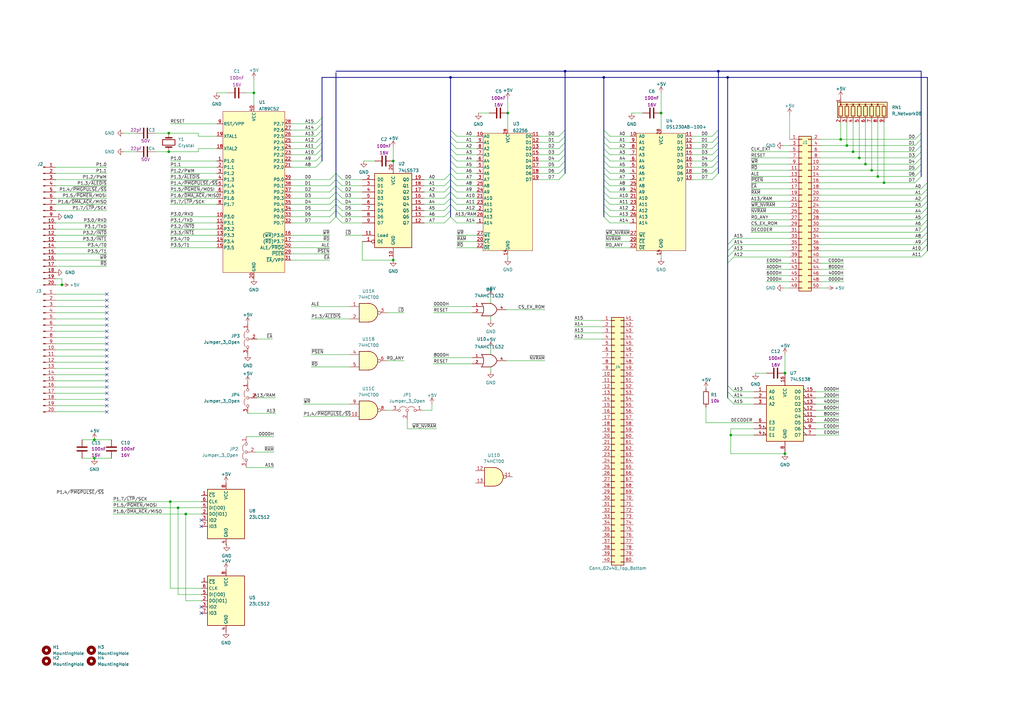
<source format=kicad_sch>
(kicad_sch (version 20230121) (generator eeschema)
  (paper "A3")
  (title_block (title "8052-MCU") (date "2023-10-02") (rev "0.1") (comment 1 "Author: JB"))
  (junction (at 69.215 54.61))
  (junction (at 321.945 153.035))
  (junction (at 38.735 180.34))
  (junction (at 349.885 62.23))
  (junction (at 25.4 116.84))
  (junction (at 347.345 59.69))
  (junction (at 352.425 64.77))
  (junction (at 299.72 178.435))
  (junction (at 357.505 69.85))
  (junction (at 161.29 66.04))
  (junction (at 38.735 187.96))
  (junction (at 104.14 38.1))
  (junction (at 161.29 106.68))
  (junction (at 321.945 186.055))
  (junction (at 360.045 72.39))
  (junction (at 298.45 31.75))
  (junction (at 184.785 31.75))
  (junction (at 69.85 205.74))
  (junction (at 344.805 57.15))
  (junction (at 69.215 62.23))
  (junction (at 208.28 46.355))
  (junction (at 73.025 208.28))
  (junction (at 271.145 46.355))
  (junction (at 294.64 29.21))
  (junction (at 362.585 74.93))
  (junction (at 231.775 29.21))
  (junction (at 247.65 31.75))
  (junction (at 354.965 67.31))
  (junction (at 76.2 210.82))
  (no_connect (at 43.815 158.75))
  (no_connect (at 43.815 140.97))
  (no_connect (at 43.815 125.73))
  (no_connect (at 43.815 143.51))
  (no_connect (at 43.815 156.21))
  (no_connect (at 43.815 128.27))
  (no_connect (at 43.815 163.83))
  (no_connect (at 43.815 120.65))
  (no_connect (at 43.815 123.19))
  (no_connect (at 43.815 151.13))
  (no_connect (at 82.55 213.36))
  (no_connect (at 43.815 130.81))
  (no_connect (at 43.815 138.43))
  (no_connect (at 43.815 166.37))
  (no_connect (at 43.815 153.67))
  (no_connect (at 82.55 251.46))
  (no_connect (at 43.815 161.29))
  (no_connect (at 43.815 148.59))
  (no_connect (at 82.55 248.92))
  (no_connect (at 43.815 135.89))
  (no_connect (at 43.815 168.91))
  (no_connect (at 82.55 215.9))
  (no_connect (at 43.815 133.35))
  (no_connect (at 43.815 146.05))
  (bus_entry (at 247.65 53.34) (size 2.54 2.54))
  (bus_entry (at 135.255 81.28) (size 2.54 -2.54))
  (bus_entry (at 135.255 78.74) (size 2.54 -2.54))
  (bus_entry (at 129.54 60.96) (size 2.54 -2.54))
  (bus_entry (at 129.54 58.42) (size 2.54 -2.54))
  (bus_entry (at 129.54 55.88) (size 2.54 -2.54))
  (bus_entry (at 129.54 53.34) (size 2.54 -2.54))
  (bus_entry (at 129.54 50.8) (size 2.54 -2.54))
  (bus_entry (at 135.255 76.2) (size 2.54 -2.54))
  (bus_entry (at 135.255 73.66) (size 2.54 -2.54))
  (bus_entry (at 129.54 68.58) (size 2.54 -2.54))
  (bus_entry (at 129.54 66.04) (size 2.54 -2.54))
  (bus_entry (at 129.54 63.5) (size 2.54 -2.54))
  (bus_entry (at 135.255 91.44) (size 2.54 -2.54))
  (bus_entry (at 135.255 88.9) (size 2.54 -2.54))
  (bus_entry (at 135.255 86.36) (size 2.54 -2.54))
  (bus_entry (at 184.785 53.34) (size 2.54 2.54))
  (bus_entry (at 247.65 81.28) (size 2.54 2.54))
  (bus_entry (at 135.255 83.82) (size 2.54 -2.54))
  (bus_entry (at 380.365 90.17) (size -2.54 2.54))
  (bus_entry (at 375.285 69.85) (size 2.54 -2.54))
  (bus_entry (at 247.65 83.82) (size 2.54 2.54))
  (bus_entry (at 292.1 58.42) (size 2.54 -2.54))
  (bus_entry (at 298.45 160.655) (size 2.54 2.54))
  (bus_entry (at 247.65 76.2) (size 2.54 2.54))
  (bus_entry (at 380.365 80.01) (size -2.54 2.54))
  (bus_entry (at 380.365 74.93) (size -2.54 2.54))
  (bus_entry (at 229.235 71.12) (size 2.54 -2.54))
  (bus_entry (at 229.235 73.66) (size 2.54 -2.54))
  (bus_entry (at 140.335 76.2) (size -2.54 -2.54))
  (bus_entry (at 140.335 88.9) (size -2.54 -2.54))
  (bus_entry (at 229.235 60.96) (size 2.54 -2.54))
  (bus_entry (at 184.785 58.42) (size 2.54 2.54))
  (bus_entry (at 300.99 97.79) (size -2.54 2.54))
  (bus_entry (at 380.365 92.71) (size -2.54 2.54))
  (bus_entry (at 380.365 95.25) (size -2.54 2.54))
  (bus_entry (at 184.785 63.5) (size 2.54 2.54))
  (bus_entry (at 182.245 88.9) (size 2.54 -2.54))
  (bus_entry (at 292.1 71.12) (size 2.54 -2.54))
  (bus_entry (at 184.785 78.74) (size 2.54 2.54))
  (bus_entry (at 247.65 86.36) (size 2.54 2.54))
  (bus_entry (at 292.1 60.96) (size 2.54 -2.54))
  (bus_entry (at 247.65 71.12) (size 2.54 2.54))
  (bus_entry (at 184.785 76.2) (size 2.54 2.54))
  (bus_entry (at 375.285 74.93) (size 2.54 -2.54))
  (bus_entry (at 247.65 78.74) (size 2.54 2.54))
  (bus_entry (at 375.285 57.15) (size 2.54 -2.54))
  (bus_entry (at 300.99 100.33) (size -2.54 2.54))
  (bus_entry (at 380.365 82.55) (size -2.54 2.54))
  (bus_entry (at 375.285 64.77) (size 2.54 -2.54))
  (bus_entry (at 292.1 63.5) (size 2.54 -2.54))
  (bus_entry (at 375.285 62.23) (size 2.54 -2.54))
  (bus_entry (at 140.335 73.66) (size -2.54 -2.54))
  (bus_entry (at 184.785 60.96) (size 2.54 2.54))
  (bus_entry (at 140.335 83.82) (size -2.54 -2.54))
  (bus_entry (at 184.785 73.66) (size 2.54 2.54))
  (bus_entry (at 300.99 102.87) (size -2.54 2.54))
  (bus_entry (at 292.1 55.88) (size 2.54 -2.54))
  (bus_entry (at 140.335 81.28) (size -2.54 -2.54))
  (bus_entry (at 375.285 59.69) (size 2.54 -2.54))
  (bus_entry (at 229.235 66.04) (size 2.54 -2.54))
  (bus_entry (at 229.235 63.5) (size 2.54 -2.54))
  (bus_entry (at 184.785 68.58) (size 2.54 2.54))
  (bus_entry (at 184.785 83.82) (size 2.54 2.54))
  (bus_entry (at 229.235 55.88) (size 2.54 -2.54))
  (bus_entry (at 247.65 58.42) (size 2.54 2.54))
  (bus_entry (at 292.1 68.58) (size 2.54 -2.54))
  (bus_entry (at 247.65 68.58) (size 2.54 2.54))
  (bus_entry (at 380.365 100.33) (size -2.54 2.54))
  (bus_entry (at 140.335 78.74) (size -2.54 -2.54))
  (bus_entry (at 184.785 81.28) (size 2.54 2.54))
  (bus_entry (at 247.65 60.96) (size 2.54 2.54))
  (bus_entry (at 300.99 105.41) (size -2.54 2.54))
  (bus_entry (at 247.65 66.04) (size 2.54 2.54))
  (bus_entry (at 182.245 83.82) (size 2.54 -2.54))
  (bus_entry (at 182.245 76.2) (size 2.54 -2.54))
  (bus_entry (at 182.245 73.66) (size 2.54 -2.54))
  (bus_entry (at 182.245 78.74) (size 2.54 -2.54))
  (bus_entry (at 182.245 81.28) (size 2.54 -2.54))
  (bus_entry (at 182.245 91.44) (size 2.54 -2.54))
  (bus_entry (at 182.245 86.36) (size 2.54 -2.54))
  (bus_entry (at 380.365 85.09) (size -2.54 2.54))
  (bus_entry (at 247.65 55.88) (size 2.54 2.54))
  (bus_entry (at 292.1 66.04) (size 2.54 -2.54))
  (bus_entry (at 140.335 86.36) (size -2.54 -2.54))
  (bus_entry (at 298.45 163.195) (size 2.54 2.54))
  (bus_entry (at 247.65 88.9) (size 2.54 2.54))
  (bus_entry (at 229.235 58.42) (size 2.54 -2.54))
  (bus_entry (at 380.365 97.79) (size -2.54 2.54))
  (bus_entry (at 298.45 158.115) (size 2.54 2.54))
  (bus_entry (at 375.285 72.39) (size 2.54 -2.54))
  (bus_entry (at 184.785 88.9) (size 2.54 2.54))
  (bus_entry (at 184.785 66.04) (size 2.54 2.54))
  (bus_entry (at 229.235 68.58) (size 2.54 -2.54))
  (bus_entry (at 375.285 67.31) (size 2.54 -2.54))
  (bus_entry (at 380.365 102.87) (size -2.54 2.54))
  (bus_entry (at 247.65 63.5) (size 2.54 2.54))
  (bus_entry (at 140.335 91.44) (size -2.54 -2.54))
  (bus_entry (at 247.65 73.66) (size 2.54 2.54))
  (bus_entry (at 292.1 73.66) (size 2.54 -2.54))
  (bus_entry (at 380.365 87.63) (size -2.54 2.54))
  (bus_entry (at 380.365 77.47) (size -2.54 2.54))
  (bus_entry (at 184.785 55.88) (size 2.54 2.54))
  (bus_entry (at 184.785 71.12) (size 2.54 2.54))
  (bus (pts (xy 184.785 58.42) (xy 184.785 60.96)))
  (wire (pts (xy 104.775 185.42) (xy 112.395 185.42)))
  (wire (pts (xy 161.29 106.68) (xy 148.59 106.68)))
  (wire (pts (xy 22.86 166.37) (xy 43.815 166.37)))
  (wire (pts (xy 101.6 169.545) (xy 113.03 169.545)))
  (wire (pts (xy 119.38 50.8) (xy 129.54 50.8)))
  (wire (pts (xy 119.38 106.68) (xy 135.255 106.68)))
  (bus (pts (xy 184.785 55.88) (xy 184.785 58.42)))
  (wire (pts (xy 22.86 168.91) (xy 43.815 168.91)))
  (bus (pts (xy 380.365 80.01) (xy 380.365 77.47)))
  (wire (pts (xy 69.85 241.3) (xy 69.85 205.74)))
  (wire (pts (xy 347.345 50.165) (xy 347.345 59.69)))
  (bus (pts (xy 132.08 63.5) (xy 132.08 66.04)))
  (wire (pts (xy 323.85 69.85) (xy 307.975 69.85)))
  (bus (pts (xy 184.785 66.04) (xy 184.785 68.58)))
  (wire (pts (xy 177.165 168.275) (xy 177.165 165.735)))
  (wire (pts (xy 336.55 115.57) (xy 346.075 115.57)))
  (bus (pts (xy 231.775 66.04) (xy 231.775 68.58)))
  (bus (pts (xy 184.785 71.12) (xy 184.785 73.66)))
  (wire (pts (xy 362.585 50.165) (xy 362.585 74.93)))
  (wire (pts (xy 22.86 109.22) (xy 43.815 109.22)))
  (bus (pts (xy 380.365 74.93) (xy 380.365 31.75)))
  (wire (pts (xy 309.88 153.035) (xy 314.325 153.035)))
  (wire (pts (xy 323.85 46.99) (xy 323.85 57.15)))
  (wire (pts (xy 158.75 168.275) (xy 160.655 168.275)))
  (bus (pts (xy 231.775 29.21) (xy 231.775 53.34)))
  (wire (pts (xy 271.145 38.1) (xy 271.145 46.355)))
  (bus (pts (xy 247.65 66.04) (xy 247.65 63.5)))
  (wire (pts (xy 334.645 168.275) (xy 344.17 168.275)))
  (wire (pts (xy 248.285 96.52) (xy 258.445 96.52)))
  (wire (pts (xy 119.38 78.74) (xy 135.255 78.74)))
  (bus (pts (xy 184.785 31.75) (xy 184.785 53.34)))
  (wire (pts (xy 22.86 135.89) (xy 43.815 135.89)))
  (wire (pts (xy 235.585 133.985) (xy 247.015 133.985)))
  (wire (pts (xy 119.38 101.6) (xy 135.255 101.6)))
  (wire (pts (xy 173.99 88.9) (xy 182.245 88.9)))
  (bus (pts (xy 231.775 53.34) (xy 231.775 55.88)))
  (wire (pts (xy 173.99 91.44) (xy 182.245 91.44)))
  (wire (pts (xy 336.55 69.85) (xy 357.505 69.85)))
  (bus (pts (xy 184.785 86.36) (xy 184.785 88.9)))
  (bus (pts (xy 247.65 83.82) (xy 247.65 81.28)))
  (wire (pts (xy 362.585 74.93) (xy 375.285 74.93)))
  (wire (pts (xy 186.69 88.9) (xy 195.58 88.9)))
  (bus (pts (xy 247.65 88.9) (xy 247.65 86.36)))
  (wire (pts (xy 173.99 81.28) (xy 182.245 81.28)))
  (wire (pts (xy 336.55 82.55) (xy 377.825 82.55)))
  (wire (pts (xy 173.99 86.36) (xy 182.245 86.36)))
  (wire (pts (xy 300.99 160.655) (xy 309.245 160.655)))
  (bus (pts (xy 380.365 95.25) (xy 380.365 92.71)))
  (wire (pts (xy 88.9 55.88) (xy 81.28 55.88)))
  (wire (pts (xy 300.99 105.41) (xy 323.85 105.41)))
  (bus (pts (xy 184.785 83.82) (xy 184.785 86.36)))
  (wire (pts (xy 22.86 140.97) (xy 43.815 140.97)))
  (wire (pts (xy 124.46 170.815) (xy 143.51 170.815)))
  (wire (pts (xy 69.85 81.28) (xy 88.9 81.28)))
  (wire (pts (xy 63.5 54.61) (xy 69.215 54.61)))
  (wire (pts (xy 22.86 151.13) (xy 43.815 151.13)))
  (bus (pts (xy 247.65 78.74) (xy 247.65 76.2)))
  (wire (pts (xy 73.025 208.28) (xy 73.025 243.84)))
  (wire (pts (xy 187.325 99.06) (xy 195.58 99.06)))
  (wire (pts (xy 336.55 92.71) (xy 377.825 92.71)))
  (wire (pts (xy 177.8 149.225) (xy 193.675 149.225)))
  (wire (pts (xy 220.98 55.88) (xy 229.235 55.88)))
  (wire (pts (xy 173.99 73.66) (xy 182.245 73.66)))
  (wire (pts (xy 43.815 86.36) (xy 22.86 86.36)))
  (bus (pts (xy 184.785 53.34) (xy 184.785 55.88)))
  (wire (pts (xy 334.645 170.815) (xy 344.17 170.815)))
  (wire (pts (xy 43.815 81.28) (xy 22.86 81.28)))
  (wire (pts (xy 250.19 60.96) (xy 258.445 60.96)))
  (wire (pts (xy 119.38 73.66) (xy 135.255 73.66)))
  (bus (pts (xy 137.795 71.12) (xy 137.795 29.845)))
  (wire (pts (xy 22.86 128.27) (xy 43.815 128.27)))
  (wire (pts (xy 119.38 63.5) (xy 129.54 63.5)))
  (bus (pts (xy 377.825 69.85) (xy 377.825 67.31)))
  (wire (pts (xy 173.99 83.82) (xy 182.245 83.82)))
  (wire (pts (xy 187.325 91.44) (xy 195.58 91.44)))
  (wire (pts (xy 165.735 147.955) (xy 158.75 147.955)))
  (wire (pts (xy 354.965 50.165) (xy 354.965 67.31)))
  (wire (pts (xy 360.045 50.165) (xy 360.045 72.39)))
  (wire (pts (xy 323.85 67.31) (xy 307.975 67.31)))
  (bus (pts (xy 380.365 87.63) (xy 380.365 85.09)))
  (wire (pts (xy 100.965 191.77) (xy 112.395 191.77)))
  (wire (pts (xy 100.965 38.1) (xy 104.14 38.1)))
  (wire (pts (xy 283.845 68.58) (xy 292.1 68.58)))
  (bus (pts (xy 380.365 85.09) (xy 380.365 82.55)))
  (wire (pts (xy 69.85 68.58) (xy 88.9 68.58)))
  (wire (pts (xy 299.72 175.895) (xy 309.245 175.895)))
  (wire (pts (xy 323.85 110.49) (xy 314.325 110.49)))
  (wire (pts (xy 22.86 138.43) (xy 43.815 138.43)))
  (wire (pts (xy 250.19 91.44) (xy 258.445 91.44)))
  (wire (pts (xy 81.28 55.88) (xy 81.28 54.61)))
  (wire (pts (xy 250.19 88.9) (xy 258.445 88.9)))
  (wire (pts (xy 334.645 165.735) (xy 344.17 165.735)))
  (wire (pts (xy 349.885 62.23) (xy 375.285 62.23)))
  (wire (pts (xy 69.85 50.8) (xy 88.9 50.8)))
  (wire (pts (xy 119.38 76.2) (xy 135.255 76.2)))
  (wire (pts (xy 307.975 64.77) (xy 323.85 64.77)))
  (wire (pts (xy 148.59 91.44) (xy 140.335 91.44)))
  (bus (pts (xy 184.785 78.74) (xy 184.785 81.28)))
  (wire (pts (xy 173.355 168.275) (xy 177.165 168.275)))
  (wire (pts (xy 283.845 58.42) (xy 292.1 58.42)))
  (wire (pts (xy 119.38 99.06) (xy 135.255 99.06)))
  (wire (pts (xy 119.38 55.88) (xy 129.54 55.88)))
  (wire (pts (xy 336.55 80.01) (xy 377.825 80.01)))
  (wire (pts (xy 81.28 60.96) (xy 81.28 62.23)))
  (wire (pts (xy 43.815 83.82) (xy 22.86 83.82)))
  (wire (pts (xy 25.4 114.3) (xy 25.4 116.84)))
  (wire (pts (xy 69.85 83.82) (xy 88.9 83.82)))
  (wire (pts (xy 69.85 205.74) (xy 46.355 205.74)))
  (wire (pts (xy 119.38 88.9) (xy 135.255 88.9)))
  (bus (pts (xy 380.365 92.71) (xy 380.365 90.17)))
  (wire (pts (xy 33.655 180.34) (xy 38.735 180.34)))
  (wire (pts (xy 283.845 60.96) (xy 292.1 60.96)))
  (bus (pts (xy 132.08 48.26) (xy 132.08 50.8)))
  (bus (pts (xy 231.775 55.88) (xy 231.775 58.42)))
  (wire (pts (xy 69.85 101.6) (xy 88.9 101.6)))
  (wire (pts (xy 69.85 66.04) (xy 88.9 66.04)))
  (wire (pts (xy 173.99 76.2) (xy 182.245 76.2)))
  (wire (pts (xy 187.325 66.04) (xy 195.58 66.04)))
  (bus (pts (xy 377.825 64.77) (xy 377.825 62.23)))
  (wire (pts (xy 76.2 246.38) (xy 76.2 210.82)))
  (bus (pts (xy 298.45 160.655) (xy 298.45 163.195)))
  (bus (pts (xy 184.785 31.75) (xy 247.65 31.75)))
  (wire (pts (xy 177.8 146.685) (xy 193.675 146.685)))
  (bus (pts (xy 184.785 81.28) (xy 184.785 83.82)))
  (wire (pts (xy 69.85 93.98) (xy 88.9 93.98)))
  (wire (pts (xy 235.585 131.445) (xy 247.015 131.445)))
  (wire (pts (xy 187.325 71.12) (xy 195.58 71.12)))
  (wire (pts (xy 22.86 143.51) (xy 43.815 143.51)))
  (wire (pts (xy 127.635 125.73) (xy 143.51 125.73)))
  (bus (pts (xy 377.825 67.31) (xy 377.825 64.77)))
  (wire (pts (xy 283.845 73.66) (xy 292.1 73.66)))
  (wire (pts (xy 336.55 57.15) (xy 344.805 57.15)))
  (bus (pts (xy 247.65 68.58) (xy 247.65 66.04)))
  (wire (pts (xy 250.19 78.74) (xy 258.445 78.74)))
  (wire (pts (xy 119.38 68.58) (xy 129.54 68.58)))
  (wire (pts (xy 43.815 101.6) (xy 22.86 101.6)))
  (wire (pts (xy 321.31 118.11) (xy 323.85 118.11)))
  (wire (pts (xy 220.98 73.66) (xy 229.235 73.66)))
  (wire (pts (xy 167.005 175.895) (xy 167.005 172.085)))
  (wire (pts (xy 187.325 96.52) (xy 195.58 96.52)))
  (wire (pts (xy 187.325 86.36) (xy 195.58 86.36)))
  (bus (pts (xy 247.65 31.75) (xy 247.65 53.34)))
  (bus (pts (xy 247.65 86.36) (xy 247.65 83.82)))
  (wire (pts (xy 299.72 178.435) (xy 309.245 178.435)))
  (wire (pts (xy 43.815 96.52) (xy 22.86 96.52)))
  (bus (pts (xy 294.64 55.88) (xy 294.64 53.34)))
  (bus (pts (xy 247.65 71.12) (xy 247.65 68.58)))
  (bus (pts (xy 184.785 60.96) (xy 184.785 63.5)))
  (bus (pts (xy 231.775 68.58) (xy 231.775 71.12)))
  (wire (pts (xy 208.28 40.64) (xy 208.28 46.355)))
  (wire (pts (xy 344.805 57.15) (xy 375.285 57.15)))
  (bus (pts (xy 231.775 29.21) (xy 294.64 29.21)))
  (wire (pts (xy 177.8 125.73) (xy 193.675 125.73)))
  (bus (pts (xy 231.775 63.5) (xy 231.775 66.04)))
  (wire (pts (xy 43.815 93.98) (xy 22.86 93.98)))
  (bus (pts (xy 294.64 68.58) (xy 294.64 66.04)))
  (wire (pts (xy 321.945 145.415) (xy 321.945 153.035)))
  (wire (pts (xy 321.31 59.69) (xy 323.85 59.69)))
  (wire (pts (xy 69.85 205.74) (xy 82.55 205.74)))
  (wire (pts (xy 300.99 165.735) (xy 309.245 165.735)))
  (wire (pts (xy 323.85 74.93) (xy 307.975 74.93)))
  (wire (pts (xy 321.945 186.055) (xy 299.72 186.055)))
  (wire (pts (xy 334.645 175.895) (xy 344.17 175.895)))
  (wire (pts (xy 22.86 133.35) (xy 43.815 133.35)))
  (wire (pts (xy 69.85 91.44) (xy 88.9 91.44)))
  (wire (pts (xy 43.815 104.14) (xy 22.86 104.14)))
  (wire (pts (xy 220.98 63.5) (xy 229.235 63.5)))
  (bus (pts (xy 132.08 31.75) (xy 184.785 31.75)))
  (bus (pts (xy 380.365 90.17) (xy 380.365 87.63)))
  (wire (pts (xy 22.86 130.81) (xy 43.815 130.81)))
  (wire (pts (xy 220.98 60.96) (xy 229.235 60.96)))
  (wire (pts (xy 347.345 59.69) (xy 375.285 59.69)))
  (bus (pts (xy 298.45 100.33) (xy 298.45 102.87)))
  (wire (pts (xy 207.645 127) (xy 223.52 127)))
  (wire (pts (xy 208.28 46.355) (xy 208.28 53.34)))
  (wire (pts (xy 201.295 121.92) (xy 201.295 124.46)))
  (bus (pts (xy 377.825 59.69) (xy 377.825 57.15)))
  (bus (pts (xy 298.45 107.95) (xy 298.45 158.115)))
  (wire (pts (xy 43.815 91.44) (xy 22.86 91.44)))
  (wire (pts (xy 148.59 78.74) (xy 140.335 78.74)))
  (wire (pts (xy 323.85 113.03) (xy 314.325 113.03)))
  (wire (pts (xy 248.285 99.06) (xy 258.445 99.06)))
  (wire (pts (xy 336.55 87.63) (xy 377.825 87.63)))
  (wire (pts (xy 336.55 97.79) (xy 377.825 97.79)))
  (wire (pts (xy 38.735 180.34) (xy 45.72 180.34)))
  (wire (pts (xy 22.86 161.29) (xy 43.815 161.29)))
  (wire (pts (xy 177.8 128.27) (xy 193.675 128.27)))
  (wire (pts (xy 119.38 91.44) (xy 135.255 91.44)))
  (wire (pts (xy 250.19 76.2) (xy 258.445 76.2)))
  (wire (pts (xy 250.19 66.04) (xy 258.445 66.04)))
  (wire (pts (xy 349.885 50.165) (xy 349.885 62.23)))
  (wire (pts (xy 105.41 163.195) (xy 113.03 163.195)))
  (bus (pts (xy 377.825 62.23) (xy 377.825 59.69)))
  (wire (pts (xy 201.295 150.495) (xy 201.295 152.4)))
  (wire (pts (xy 220.98 71.12) (xy 229.235 71.12)))
  (wire (pts (xy 299.72 186.055) (xy 299.72 178.435)))
  (wire (pts (xy 334.645 173.355) (xy 344.17 173.355)))
  (wire (pts (xy 259.08 46.355) (xy 263.525 46.355)))
  (wire (pts (xy 127.635 130.81) (xy 143.51 130.81)))
  (wire (pts (xy 336.55 107.95) (xy 346.075 107.95)))
  (wire (pts (xy 187.325 78.74) (xy 195.58 78.74)))
  (wire (pts (xy 119.38 96.52) (xy 135.255 96.52)))
  (bus (pts (xy 137.795 83.82) (xy 137.795 86.36)))
  (bus (pts (xy 247.65 60.96) (xy 247.65 58.42)))
  (bus (pts (xy 377.825 57.15) (xy 377.825 54.61)))
  (wire (pts (xy 360.045 72.39) (xy 375.285 72.39)))
  (bus (pts (xy 298.45 31.75) (xy 298.45 100.33)))
  (wire (pts (xy 283.845 66.04) (xy 292.1 66.04)))
  (wire (pts (xy 187.325 60.96) (xy 195.58 60.96)))
  (wire (pts (xy 352.425 50.165) (xy 352.425 64.77)))
  (bus (pts (xy 294.64 29.21) (xy 377.825 29.21)))
  (bus (pts (xy 247.65 76.2) (xy 247.65 73.66)))
  (wire (pts (xy 104.14 38.1) (xy 104.14 43.18)))
  (wire (pts (xy 323.85 77.47) (xy 307.975 77.47)))
  (wire (pts (xy 22.86 156.21) (xy 43.815 156.21)))
  (wire (pts (xy 22.86 125.73) (xy 43.815 125.73)))
  (wire (pts (xy 187.325 73.66) (xy 195.58 73.66)))
  (wire (pts (xy 250.19 86.36) (xy 258.445 86.36)))
  (wire (pts (xy 299.72 178.435) (xy 299.72 175.895)))
  (wire (pts (xy 336.55 118.11) (xy 339.09 118.11)))
  (bus (pts (xy 247.65 31.75) (xy 298.45 31.75)))
  (wire (pts (xy 271.145 46.355) (xy 271.145 53.34)))
  (wire (pts (xy 271.145 104.14) (xy 271.145 106.045)))
  (bus (pts (xy 247.65 81.28) (xy 247.65 78.74)))
  (wire (pts (xy 336.55 90.17) (xy 377.825 90.17)))
  (wire (pts (xy 82.55 208.28) (xy 73.025 208.28)))
  (wire (pts (xy 88.9 38.1) (xy 93.345 38.1)))
  (wire (pts (xy 73.025 208.28) (xy 46.355 208.28)))
  (bus (pts (xy 231.775 60.96) (xy 231.775 63.5)))
  (bus (pts (xy 137.795 76.2) (xy 137.795 78.74)))
  (wire (pts (xy 141.605 96.52) (xy 148.59 96.52)))
  (wire (pts (xy 336.55 62.23) (xy 349.885 62.23)))
  (bus (pts (xy 294.64 60.96) (xy 294.64 58.42)))
  (bus (pts (xy 247.65 63.5) (xy 247.65 60.96)))
  (wire (pts (xy 33.655 187.96) (xy 38.735 187.96)))
  (wire (pts (xy 207.645 147.955) (xy 223.52 147.955)))
  (wire (pts (xy 22.86 106.68) (xy 43.815 106.68)))
  (wire (pts (xy 336.55 95.25) (xy 377.825 95.25)))
  (wire (pts (xy 43.815 76.2) (xy 22.86 76.2)))
  (wire (pts (xy 289.56 173.355) (xy 309.245 173.355)))
  (wire (pts (xy 307.975 62.23) (xy 323.85 62.23)))
  (wire (pts (xy 187.325 68.58) (xy 195.58 68.58)))
  (wire (pts (xy 50.8 54.61) (xy 55.88 54.61)))
  (wire (pts (xy 283.845 55.88) (xy 292.1 55.88)))
  (bus (pts (xy 298.45 158.115) (xy 298.45 160.655)))
  (wire (pts (xy 336.55 105.41) (xy 377.825 105.41)))
  (wire (pts (xy 336.55 85.09) (xy 377.825 85.09)))
  (wire (pts (xy 43.815 99.06) (xy 22.86 99.06)))
  (wire (pts (xy 69.85 71.12) (xy 88.9 71.12)))
  (wire (pts (xy 148.59 88.9) (xy 140.335 88.9)))
  (wire (pts (xy 336.55 102.87) (xy 377.825 102.87)))
  (wire (pts (xy 43.815 71.12) (xy 22.86 71.12)))
  (wire (pts (xy 336.55 113.03) (xy 346.075 113.03)))
  (wire (pts (xy 165.735 128.27) (xy 158.75 128.27)))
  (bus (pts (xy 298.45 102.87) (xy 298.45 105.41)))
  (wire (pts (xy 73.025 243.84) (xy 82.55 243.84)))
  (bus (pts (xy 294.64 63.5) (xy 294.64 60.96)))
  (wire (pts (xy 289.56 173.355) (xy 289.56 167.005)))
  (wire (pts (xy 336.55 67.31) (xy 354.965 67.31)))
  (bus (pts (xy 294.64 58.42) (xy 294.64 55.88)))
  (wire (pts (xy 250.19 73.66) (xy 258.445 73.66)))
  (wire (pts (xy 187.325 83.82) (xy 195.58 83.82)))
  (wire (pts (xy 38.735 187.96) (xy 45.72 187.96)))
  (bus (pts (xy 247.65 58.42) (xy 247.65 55.88)))
  (wire (pts (xy 307.975 80.01) (xy 323.85 80.01)))
  (wire (pts (xy 22.86 153.67) (xy 43.815 153.67)))
  (wire (pts (xy 148.59 81.28) (xy 140.335 81.28)))
  (bus (pts (xy 132.08 58.42) (xy 132.08 60.96)))
  (wire (pts (xy 119.38 66.04) (xy 129.54 66.04)))
  (bus (pts (xy 137.795 78.74) (xy 137.795 81.28)))
  (bus (pts (xy 137.795 71.12) (xy 137.795 73.66)))
  (wire (pts (xy 22.86 146.05) (xy 43.815 146.05)))
  (wire (pts (xy 323.85 115.57) (xy 314.325 115.57)))
  (wire (pts (xy 43.815 78.74) (xy 22.86 78.74)))
  (wire (pts (xy 119.38 81.28) (xy 135.255 81.28)))
  (wire (pts (xy 307.975 87.63) (xy 323.85 87.63)))
  (wire (pts (xy 173.99 78.74) (xy 182.245 78.74)))
  (wire (pts (xy 235.585 139.065) (xy 247.015 139.065)))
  (wire (pts (xy 334.645 178.435) (xy 344.17 178.435)))
  (wire (pts (xy 300.99 97.79) (xy 323.85 97.79)))
  (bus (pts (xy 380.365 31.75) (xy 298.45 31.75)))
  (bus (pts (xy 380.365 77.47) (xy 380.365 74.93)))
  (wire (pts (xy 250.19 58.42) (xy 258.445 58.42)))
  (bus (pts (xy 294.64 71.12) (xy 294.64 68.58)))
  (bus (pts (xy 380.365 102.87) (xy 380.365 100.33)))
  (wire (pts (xy 283.845 71.12) (xy 292.1 71.12)))
  (wire (pts (xy 119.38 58.42) (xy 129.54 58.42)))
  (wire (pts (xy 357.505 69.85) (xy 375.285 69.85)))
  (bus (pts (xy 132.08 55.88) (xy 132.08 58.42)))
  (wire (pts (xy 187.325 63.5) (xy 195.58 63.5)))
  (wire (pts (xy 127.635 150.495) (xy 143.51 150.495)))
  (wire (pts (xy 187.325 81.28) (xy 195.58 81.28)))
  (wire (pts (xy 100.965 179.07) (xy 112.395 179.07)))
  (bus (pts (xy 380.365 97.79) (xy 380.365 95.25)))
  (wire (pts (xy 50.8 62.23) (xy 55.88 62.23)))
  (wire (pts (xy 148.59 83.82) (xy 140.335 83.82)))
  (wire (pts (xy 336.55 74.93) (xy 362.585 74.93)))
  (bus (pts (xy 132.08 48.26) (xy 132.08 31.75)))
  (wire (pts (xy 119.38 53.34) (xy 129.54 53.34)))
  (wire (pts (xy 43.815 68.58) (xy 22.86 68.58)))
  (wire (pts (xy 119.38 83.82) (xy 135.255 83.82)))
  (wire (pts (xy 336.55 64.77) (xy 352.425 64.77)))
  (wire (pts (xy 250.19 81.28) (xy 258.445 81.28)))
  (wire (pts (xy 220.98 58.42) (xy 229.235 58.42)))
  (bus (pts (xy 184.785 68.58) (xy 184.785 71.12)))
  (wire (pts (xy 187.325 76.2) (xy 195.58 76.2)))
  (bus (pts (xy 294.64 29.21) (xy 294.64 53.34)))
  (wire (pts (xy 323.85 107.95) (xy 314.325 107.95)))
  (bus (pts (xy 184.785 63.5) (xy 184.785 66.04)))
  (wire (pts (xy 167.005 175.895) (xy 179.07 175.895)))
  (bus (pts (xy 380.365 100.33) (xy 380.365 97.79)))
  (wire (pts (xy 148.59 76.2) (xy 140.335 76.2)))
  (wire (pts (xy 69.85 76.2) (xy 88.9 76.2)))
  (wire (pts (xy 119.38 104.14) (xy 135.255 104.14)))
  (bus (pts (xy 132.08 53.34) (xy 132.08 55.88)))
  (wire (pts (xy 69.85 88.9) (xy 88.9 88.9)))
  (wire (pts (xy 248.285 101.6) (xy 258.445 101.6)))
  (wire (pts (xy 82.55 241.3) (xy 69.85 241.3)))
  (wire (pts (xy 187.325 58.42) (xy 195.58 58.42)))
  (wire (pts (xy 250.19 63.5) (xy 258.445 63.5)))
  (wire (pts (xy 82.55 246.38) (xy 76.2 246.38)))
  (wire (pts (xy 283.845 63.5) (xy 292.1 63.5)))
  (bus (pts (xy 137.795 73.66) (xy 137.795 76.2)))
  (wire (pts (xy 323.85 92.71) (xy 307.975 92.71)))
  (wire (pts (xy 25.4 116.84) (xy 22.86 116.84)))
  (wire (pts (xy 352.425 64.77) (xy 375.285 64.77)))
  (wire (pts (xy 119.38 60.96) (xy 129.54 60.96)))
  (wire (pts (xy 307.975 95.25) (xy 323.85 95.25)))
  (wire (pts (xy 22.86 148.59) (xy 43.815 148.59)))
  (wire (pts (xy 336.55 59.69) (xy 347.345 59.69)))
  (wire (pts (xy 220.98 68.58) (xy 229.235 68.58)))
  (bus (pts (xy 137.795 81.28) (xy 137.795 83.82)))
  (bus (pts (xy 231.775 58.42) (xy 231.775 60.96)))
  (wire (pts (xy 187.325 101.6) (xy 195.58 101.6)))
  (wire (pts (xy 69.85 73.66) (xy 88.9 73.66)))
  (wire (pts (xy 307.975 90.17) (xy 323.85 90.17)))
  (wire (pts (xy 104.14 32.385) (xy 104.14 38.1)))
  (wire (pts (xy 344.805 50.165) (xy 344.805 57.15)))
  (wire (pts (xy 148.59 106.68) (xy 148.59 99.06)))
  (bus (pts (xy 377.825 72.39) (xy 377.825 69.85)))
  (wire (pts (xy 250.19 83.82) (xy 258.445 83.82)))
  (wire (pts (xy 250.19 71.12) (xy 258.445 71.12)))
  (wire (pts (xy 201.295 129.54) (xy 201.295 131.445)))
  (bus (pts (xy 137.795 86.36) (xy 137.795 88.9)))
  (wire (pts (xy 201.295 142.875) (xy 201.295 145.415)))
  (wire (pts (xy 22.86 163.83) (xy 43.815 163.83)))
  (wire (pts (xy 69.85 99.06) (xy 88.9 99.06)))
  (wire (pts (xy 334.645 163.195) (xy 344.17 163.195)))
  (bus (pts (xy 247.65 73.66) (xy 247.65 71.12)))
  (wire (pts (xy 22.86 123.19) (xy 43.815 123.19)))
  (wire (pts (xy 22.86 158.75) (xy 43.815 158.75)))
  (wire (pts (xy 149.225 66.04) (xy 153.67 66.04)))
  (wire (pts (xy 161.29 60.325) (xy 161.29 66.04)))
  (bus (pts (xy 294.64 66.04) (xy 294.64 63.5)))
  (wire (pts (xy 196.215 46.355) (xy 200.66 46.355)))
  (bus (pts (xy 298.45 105.41) (xy 298.45 107.95)))
  (wire (pts (xy 105.41 139.065) (xy 111.76 139.065)))
  (wire (pts (xy 69.85 96.52) (xy 88.9 96.52)))
  (wire (pts (xy 307.975 82.55) (xy 323.85 82.55)))
  (wire (pts (xy 235.585 136.525) (xy 247.015 136.525)))
  (bus (pts (xy 132.08 50.8) (xy 132.08 53.34)))
  (wire (pts (xy 300.99 102.87) (xy 323.85 102.87)))
  (wire (pts (xy 208.28 104.14) (xy 208.28 106.045)))
  (bus (pts (xy 377.825 54.61) (xy 377.825 29.21)))
  (bus (pts (xy 137.795 29.21) (xy 231.775 29.21)))
  (wire (pts (xy 76.2 210.82) (xy 46.355 210.82)))
  (wire (pts (xy 336.55 110.49) (xy 346.075 110.49)))
  (wire (pts (xy 187.325 55.88) (xy 195.58 55.88)))
  (wire (pts (xy 81.28 54.61) (xy 69.215 54.61)))
  (wire (pts (xy 300.99 163.195) (xy 309.245 163.195)))
  (bus (pts (xy 184.785 76.2) (xy 184.785 78.74)))
  (bus (pts (xy 184.785 73.66) (xy 184.785 76.2)))
  (wire (pts (xy 307.975 85.09) (xy 323.85 85.09)))
  (wire (pts (xy 127.635 145.415) (xy 143.51 145.415)))
  (wire (pts (xy 300.99 100.33) (xy 323.85 100.33)))
  (wire (pts (xy 81.28 62.23) (xy 69.215 62.23)))
  (wire (pts (xy 148.59 86.36) (xy 140.335 86.36)))
  (wire (pts (xy 43.815 73.66) (xy 22.86 73.66)))
  (wire (pts (xy 22.86 114.3) (xy 25.4 114.3)))
  (wire (pts (xy 220.98 66.04) (xy 229.235 66.04)))
  (wire (pts (xy 250.19 55.88) (xy 258.445 55.88)))
  (bus (pts (xy 380.365 82.55) (xy 380.365 80.01)))
  (bus (pts (xy 132.08 60.96) (xy 132.08 63.5)))
  (wire (pts (xy 119.38 86.36) (xy 135.255 86.36)))
  (wire (pts (xy 336.55 72.39) (xy 360.045 72.39)))
  (wire (pts (xy 148.59 73.66) (xy 140.335 73.66)))
  (wire (pts (xy 336.55 77.47) (xy 377.825 77.47)))
  (wire (pts (xy 76.2 210.82) (xy 82.55 210.82)))
  (wire (pts (xy 250.19 68.58) (xy 258.445 68.58)))
  (wire (pts (xy 354.965 67.31) (xy 375.285 67.31)))
  (bus (pts (xy 247.65 55.88) (xy 247.65 53.34)))
  (wire (pts (xy 124.46 165.735) (xy 143.51 165.735)))
  (wire (pts (xy 88.9 60.96) (xy 81.28 60.96)))
  (wire (pts (xy 323.85 72.39) (xy 307.975 72.39)))
  (wire (pts (xy 69.85 78.74) (xy 88.9 78.74)))
  (wire (pts (xy 336.55 100.33) (xy 377.825 100.33)))
  (wire (pts (xy 22.86 120.65) (xy 43.815 120.65)))
  (wire (pts (xy 357.505 50.165) (xy 357.505 69.85)))
  (wire (pts (xy 334.645 160.655) (xy 344.17 160.655)))
  (wire (pts (xy 63.5 62.23) (xy 69.215 62.23)))
  (wire (pts (xy 92.71 223.52) (xy 92.964 223.393)))
  (label "A12" (at 254 86.36 0))
  (label "A2" (at 178.435 78.74 180))
  (label "A15" (at 300.99 165.735 0))
  (label "E000H" (at 344.17 178.435 180))
  (label "D3" (at 375.285 64.77 180))
  (label "RESET" (at 307.975 64.77 0))
  (label "P3.4{slash}T0" (at 43.815 101.6 180))
  (label "A13" (at 125.095 55.88 0))
  (label "A13" (at 235.585 136.525 0))
  (label "D3" (at 287.655 63.5 0))
  (label "RD_ANY" (at 165.735 147.955 180))
  (label "~{RD}" (at 135.255 99.06 180))
  (label "P3.1{slash}TXD" (at 43.815 93.98 180))
  (label "A11" (at 125.095 60.96 0))
  (label "A13" (at 113.03 169.545 180))
  (label "P1.4{slash}~{PMGPULSE}{slash}~{SS}" (at 43.815 78.74 180))
  (label "D3" (at 224.79 63.5 0))
  (label "P1.0" (at 69.85 66.04 0))
  (label "A1" (at 254 58.42 0))
  (label "A9" (at 377.825 100.33 180))
  (label "~{RD}" (at 127.635 150.495 0))
  (label "A7" (at 254 73.66 0))
  (label "A5" (at 377.825 90.17 180))
  (label "D1" (at 375.285 59.69 180))
  (label "A14" (at 191.135 91.44 0))
  (label "ALE" (at 135.255 101.6 180))
  (label "D6" (at 375.285 72.39 180))
  (label "P1.4{slash}~{PMGPULSE}{slash}~{SS}" (at 42.672 202.946 180))
  (label "P1.3{slash}~{ALEDIS}" (at 43.815 76.2 180))
  (label "P1.1" (at 43.815 71.12 180))
  (label "RESET" (at 69.85 50.8 0))
  (label "D1" (at 224.79 58.42 0))
  (label "RD_ANY" (at 307.975 90.17 0))
  (label "A13" (at 300.99 160.655 0))
  (label "~{PSEN}" (at 127.635 145.415 0))
  (label "~{RD}" (at 43.815 109.22 180))
  (label "A12" (at 235.585 139.065 0))
  (label "~{EA}" (at 307.975 77.47 0))
  (label "A8" (at 125.095 68.58 0))
  (label "P1.2{slash}PWM" (at 43.815 73.66 180))
  (label "A3" (at 191.135 63.5 0))
  (label "A15" (at 112.395 191.77 180))
  (label "D5" (at 224.79 68.58 0))
  (label "A3" (at 178.435 81.28 180))
  (label "P1.3{slash}~{ALEDIS}" (at 69.85 73.66 0))
  (label "P3.2{slash}~{INT0}" (at 69.85 93.98 0))
  (label "D0" (at 375.285 57.15 180))
  (label "DECODER" (at 299.72 173.355 0))
  (label "A0" (at 191.135 55.88 0))
  (label "A8" (at 254 76.2 0))
  (label "A6" (at 254 71.12 0))
  (label "~{NVRAM}" (at 223.52 147.955 180))
  (label "D2" (at 144.145 78.74 180))
  (label "A0" (at 377.825 77.47 180))
  (label "P1.7{slash}~{LTP}{slash}SCK" (at 43.815 86.36 180))
  (label "~{NVRAM}" (at 307.975 87.63 0))
  (label "D5" (at 127.635 86.36 180))
  (label "A2" (at 254 60.96 0))
  (label "8000H" (at 346.075 110.49 180))
  (label "P3.1{slash}TXD" (at 69.85 91.44 0))
  (label "A14" (at 125.095 53.34 0))
  (label "D4" (at 287.655 66.04 0))
  (label "A3" (at 254 63.5 0))
  (label "0000H" (at 112.395 179.07 180))
  (label "A8" (at 191.135 76.2 0))
  (label "A10" (at 191.135 81.28 0))
  (label "A12" (at 300.99 105.41 0))
  (label "8000H" (at 177.8 146.685 0))
  (label "~{PSEN}" (at 307.975 74.93 0))
  (label "A15" (at 300.99 97.79 0))
  (label "A5" (at 178.435 86.36 180))
  (label "A11" (at 191.135 83.82 0))
  (label "A10" (at 125.095 63.5 0))
  (label "A13{slash}RAM" (at 186.69 88.9 0))
  (label "P3.0{slash}RXD" (at 43.815 91.44 180))
  (label "E000H" (at 314.325 107.95 0))
  (label "D4" (at 224.79 66.04 0))
  (label "P3.3{slash}~{INT1}" (at 43.815 99.06 180))
  (label "ALE" (at 307.975 72.39 0))
  (label "P3.5{slash}T1" (at 43.815 104.14 180))
  (label "~{WR}" (at 135.255 96.52 180))
  (label "D4" (at 375.285 67.31 180))
  (label "~{WR_NVRAM}" (at 307.975 85.09 0))
  (label "A13" (at 300.99 102.87 0))
  (label "D2" (at 375.285 62.23 180))
  (label "2000H" (at 314.325 115.57 0))
  (label "4000H" (at 346.075 113.03 180))
  (label "D7" (at 127.635 91.44 180))
  (label "D6" (at 127.635 88.9 180))
  (label "P1.5{slash}~{PGMEN}{slash}MOSI" (at 43.815 81.28 180))
  (label "~{WR}" (at 307.975 67.31 0))
  (label "~{LD}" (at 165.735 128.27 180))
  (label "RESET" (at 177.8 149.225 0))
  (label "A1" (at 377.825 80.01 180))
  (label "~{LD}" (at 141.605 96.52 0))
  (label "D7" (at 287.655 73.66 0))
  (label "A15" (at 125.095 50.8 0))
  (label "6000H" (at 314.325 113.03 0))
  (label "A4" (at 377.825 87.63 180))
  (label "A9" (at 254 78.74 0))
  (label "6000H" (at 344.17 168.275 180))
  (label "P3.5{slash}T1" (at 69.85 101.6 0))
  (label "D1" (at 287.655 58.42 0))
  (label "P1.5{slash}~{PGMEN}{slash}MOSI" (at 69.85 78.74 0))
  (label "A14" (at 254 91.44 0))
  (label "A15" (at 235.585 131.445 0))
  (label "D5" (at 144.145 86.36 180))
  (label "D6" (at 287.655 71.12 0))
  (label "CS_EX_ROM" (at 223.52 127 180))
  (label "P3.0{slash}RXD" (at 69.85 88.9 0))
  (label "D4" (at 127.635 83.82 180))
  (label "A5" (at 254 68.58 0))
  (label "P1.1" (at 69.85 68.58 0))
  (label "A7" (at 178.435 91.44 180))
  (label "D7" (at 224.79 73.66 0))
  (label "~{PSEN}" (at 135.255 104.14 180))
  (label "A14" (at 235.585 133.985 0))
  (label "A5" (at 191.135 68.58 0))
  (label "~{RD}" (at 187.325 101.6 0))
  (label "D5" (at 287.655 68.58 0))
  (label "P1.4{slash}~{PMGPULSE}{slash}~{SS}" (at 69.85 76.2 0))
  (label "D7" (at 375.285 74.93 180))
  (label "A14" (at 300.99 163.195 0))
  (label "A9" (at 125.095 66.04 0))
  (label "D2" (at 287.655 60.96 0))
  (label "~{RAM}" (at 112.395 185.42 180))
  (label "~{RAM}" (at 187.325 99.06 0))
  (label "D6" (at 144.145 88.9 180))
  (label "2000H" (at 344.17 163.195 180))
  (label "D7" (at 144.145 91.44 180))
  (label "P3.3{slash}~{INT1}" (at 69.85 96.52 0))
  (label "D4" (at 144.145 83.82 180))
  (label "A14" (at 300.99 100.33 0))
  (label "D1" (at 127.635 76.2 180))
  (label "C000H" (at 344.17 175.895 180))
  (label "A2" (at 191.135 60.96 0))
  (label "A0" (at 254 55.88 0))
  (label "D0" (at 224.79 55.88 0))
  (label "P3.2{slash}~{INT0}" (at 43.815 96.52 180))
  (label "A10" (at 377.825 102.87 180))
  (label "A11" (at 377.825 105.41 180))
  (label "D2" (at 224.79 60.96 0))
  (label "A4" (at 178.435 83.82 180))
  (label "P1.4{slash}~{PMGPULSE}{slash}~{SS}" (at 124.46 170.815 0))
  (label "ALE" (at 127.635 125.73 0))
  (label "D3" (at 144.145 81.28 180))
  (label "CLK_EXT" (at 307.975 62.23 0))
  (label "D3" (at 127.635 81.28 180))
  (label "A3" (at 377.825 85.09 180))
  (label "P1.6{slash}~{DMA_ACK}{slash}MISO" (at 46.355 210.82 0))
  (label "A10" (at 254 81.28 0))
  (label "P1.2{slash}PWM" (at 69.85 71.12 0))
  (label "8000H" (at 344.17 170.815 180))
  (label "0000H" (at 177.8 125.73 0))
  (label "A7" (at 191.135 73.66 0))
  (label "A8" (at 377.825 97.79 180))
  (label "~{EA}" (at 135.255 106.68 180))
  (label "A13" (at 254 88.9 0))
  (label "DECODER" (at 307.975 95.25 0))
  (label "A12" (at 191.135 86.36 0))
  (label "A6" (at 377.825 92.71 180))
  (label "~{WR}" (at 187.325 96.52 0))
  (label "~{WR_NVRAM}" (at 179.07 175.895 180))
  (label "A12" (at 125.095 58.42 0))
  (label "~{WR}" (at 124.46 165.735 0))
  (label "CS_EX_ROM" (at 307.975 92.71 0))
  (label "A000H" (at 344.17 173.355 180))
  (label "~{WR_NVRAM}" (at 248.285 96.52 0))
  (label "A1" (at 178.435 76.2 180))
  (label "0000H" (at 346.075 115.57 180))
  (label "A000H" (at 314.325 110.49 0))
  (label "P1.6{slash}~{DMA_ACK}{slash}MISO" (at 69.85 81.28 0))
  (label "A4" (at 191.135 66.04 0))
  (label "~{RAM}" (at 307.975 80.01 0))
  (label "P1.5{slash}~{PGMEN}{slash}MOSI" (at 46.355 208.28 0))
  (label "A6" (at 178.435 88.9 180))
  (label "A7" (at 377.825 95.25 180))
  (label "P1.7{slash}~{LTP}{slash}SCK" (at 46.355 205.74 0))
  (label "P1.0" (at 43.815 68.58 180))
  (label "0000H" (at 344.17 160.655 180))
  (label "A9" (at 191.135 78.74 0))
  (label "C000H" (at 346.075 107.95 180))
  (label "D0" (at 287.655 55.88 0))
  (label "A4" (at 254 66.04 0))
  (label "4000H" (at 344.17 165.735 180))
  (label "A13{slash}RAM" (at 113.03 163.195 180))
  (label "P1.6{slash}~{DMA_ACK}{slash}MISO" (at 43.815 83.82 180))
  (label "A2" (at 377.825 82.55 180))
  (label "D0" (at 127.635 73.66 180))
  (label "P1.7{slash}~{LTP}{slash}SCK" (at 69.85 83.82 0))
  (label "P3.4{slash}T0" (at 69.85 99.06 0))
  (label "D1" (at 144.145 76.2 180))
  (label "A11" (at 254 83.82 0))
  (label "A1" (at 191.135 58.42 0))
  (label "RD_ANY" (at 248.285 101.6 0))
  (label "A6" (at 191.135 71.12 0))
  (label "~{RD}" (at 307.975 69.85 0))
  (label "D0" (at 144.145 73.66 180))
  (label "A0" (at 178.435 73.66 180))
  (label "~{WR}" (at 43.815 106.68 180))
  (label "RESET" (at 177.8 128.27 0))
  (label "~{NVRAM}" (at 248.285 99.06 0))
  (label "D6" (at 224.79 71.12 0))
  (label "D5" (at 375.285 69.85 180))
  (label "D2" (at 127.635 78.74 180))
  (label "A13{slash}RAM" (at 307.975 82.55 0))
  (label "P1.3{slash}~{ALEDIS}" (at 127.635 130.81 0))
  (label "~{EA}" (at 111.76 139.065 180))
  (symbol (lib_id "Mechanical:MountingHole") (at 37.465 266.7 0) (unit 1)
    (property "Reference" "H3" (at 40.005 265.43 0) (effects (justify left)))
    (property "Value" "MountingHole" (at 40.005 267.97 0) (effects (justify left)))
    (property "Footprint" "MountingHole:MountingHole_3.2mm_M3" (effects hide))
  )
  (symbol (lib_id "power:GND") (at 101.6 145.415 0) (unit 1)
    (property "Reference" "#PWR0116" (effects hide))
    (property "Value" "GND" (at 101.6 149.9775 0))
  )
  (symbol (lib_id "power:GND") (at 161.29 106.68 0) (unit 1)
    (property "Reference" "#PWR0106" (effects hide))
    (property "Value" "GND" (at 161.29 111.2425 0))
  )
  (symbol (lib_id "Mechanical:MountingHole") (at 37.465 271.145 0) (unit 1)
    (property "Reference" "H4" (at 40.005 269.875 0) (effects (justify left)))
    (property "Value" "MountingHole" (at 40.005 272.415 0) (effects (justify left)))
    (property "Footprint" "MountingHole:MountingHole_3.2mm_M3" (effects hide))
  )
  (symbol (lib_id "Capacitors_SMD_0805:C0805_100nF_16V_X7R") (at 267.335 46.355 90) (unit 1)
    (property "Reference" "C6" (at 267.335 37.4543 90))
    (property "Value" "C0805_100nF_16V_X7R" (effects hide))
    (property "Footprint" "Capacitor_SMD:C_0805_2012Metric" (effects hide))
    (property "Datasheet" "https://api.kemet.com/component-edge/download/datasheet/C0805C104K4RACTU.pdf" (effects hide))
    (property "Value1" "100nF" (at 267.335 40.2294 90))
    (property "Description" "CAP CER 0.1UF 16V X7R 0805" (effects hide))
    (property "Manufacturer" "KEMET" (effects hide))
    (property "Manufacturer Part Number" "C0805C104K4RACTU" (effects hide))
    (property "Supplier" "Digi-Key" (effects hide))
    (property "Supplier Part Number" "399-1167-1-ND" (effects hide))
    (property "Unit Price" "0.16" (effects hide))
    (property "Package / Case" "C0805" (effects hide))
    (property "Voltage" "16V" (at 267.335 43.0045 90))
    (property "Temperature" "X7R" (effects hide))
  )
  (symbol (lib_id "Jumper:Jumper_3_Open") (at 101.6 139.065 90) (mirror x) (unit 1)
    (property "Reference" "JP3" (at 98.425 137.7949 90) (effects (justify left)))
    (property "Value" "Jumper_3_Open" (at 98.425 140.3349 90) (effects (justify left)))
    (property "Footprint" "Connector_PinHeader_2.54mm:PinHeader_1x03_P2.54mm_Vertical" (effects hide))
  )
  (symbol (lib_id "power:+5V") (at 201.295 121.92 0) (unit 1)
    (property "Reference" "#PWR0127" (effects hide))
    (property "Value" "+5V" (at 201.295 118.3155 0))
  )
  (symbol (lib_id "power:+5V") (at 101.6 156.845 0) (unit 1)
    (property "Reference" "#PWR0115" (effects hide))
    (property "Value" "+5V" (at 101.6 153.2405 0))
  )
  (symbol (lib_id "Capacitors_SMD_0603:C0603_22pF_50V_X7R") (at 59.69 62.23 90) (unit 1)
    (property "Reference" "C4" (at 62.23 60.96 90))
    (property "Value" "C0603_22pF_50V_X7R" (effects hide))
    (property "Footprint" "Capacitor_SMD:C_0603_1608Metric" (effects hide))
    (property "Datasheet" "https://api.kemet.com/component-edge/download/datasheet/C0603C220J5RAC7867.pdf" (effects hide))
    (property "Value1" "22pF" (at 55.88 60.96 90))
    (property "Description" "CAP CER SMD 0603 22PF 5% X7R 50V" (effects hide))
    (property "Manufacturer" "KEMET" (effects hide))
    (property "Manufacturer Part Number" "C0603C220J5RAC7867" (effects hide))
    (property "Supplier" "Digi-Key" (effects hide))
    (property "Supplier Part Number" "399-17583-1-ND" (effects hide))
    (property "Unit Price" "0.25" (effects hide))
    (property "Package / Case" "C0603" (effects hide))
    (property "Voltage" "50V" (at 59.69 65.405 90))
    (property "Temperature" "X7R" (effects hide))
  )
  (symbol (lib_id "power:GND") (at 201.295 152.4 0) (unit 1)
    (property "Reference" "#PWR0128" (effects hide))
    (property "Value" "GND" (at 201.295 156.9625 0))
  )
  (symbol (lib_id "74xGxx:74AHCT1G32") (at 201.295 127 0) (unit 1)
    (property "Reference" "U6" (at 200.66 118.745 0))
    (property "Value" "74AHCT1G32" (at 200.66 121.285 0))
    (property "Footprint" "Package_TO_SOT_SMD:SOT-23-5" (effects hide))
    (property "Datasheet" "http://www.ti.com/lit/sg/scyt129e/scyt129e.pdf" (effects hide))
  )
  (symbol (lib_id "power:GND") (at 50.8 54.61 270) (unit 1)
    (property "Reference" "#PWR0107" (effects hide))
    (property "Value" "GND" (at 46.99 54.6099 90) (effects (justify right)))
  )
  (symbol (lib_id "power:+5V") (at 161.29 60.325 0) (unit 1)
    (property "Reference" "#PWR0103" (effects hide))
    (property "Value" "+5V" (at 161.29 56.7205 0))
  )
  (symbol (lib_id "power:GND") (at 22.86 88.9 90) (unit 1)
    (property "Reference" "#PWR05" (effects hide))
    (property "Value" "GND" (at 26.035 88.9 90) (effects (justify right)))
  )
  (symbol (lib_id "power:+5V") (at 289.56 159.385 0) (unit 1)
    (property "Reference" "#PWR0133" (effects hide))
    (property "Value" "+5V" (at 289.56 155.7805 0))
  )
  (symbol (lib_id "SNES:62256") (at 195.58 55.88 0) (unit 1)
    (property "Reference" "U3" (at 210.2994 50.7705 0) (effects (justify left)))
    (property "Value" "62256" (at 210.2994 53.5456 0) (effects (justify left)))
    (property "Footprint" "Package_DIP:DIP-28_W15.24mm_Socket_LongPads" (effects hide))
    (property "Datasheet" "62256" (effects hide))
    (property "Description" "62256" (effects hide))
    (property "Manufacturer Part Number" "62256" (effects hide))
  )
  (symbol (lib_id "Connector_Generic:Conn_02x40_Top_Bottom") (at 252.095 179.705 0) (unit 1)
    (property "Reference" "J4" (at 253.365 150.495 0))
    (property "Value" "Conn_02x40_Top_Bottom" (at 253.365 233.045 0))
    (property "Footprint" "Connector_PinHeader_2.54mm:PinHeader_2x40_P2.54mm_Vertical" (effects hide))
  )
  (symbol (lib_id "74xGxx:74AHCT1G32") (at 201.295 147.955 0) (unit 1)
    (property "Reference" "U10" (at 197.485 139.065 0))
    (property "Value" "74AHCT1G32" (at 200.66 142.24 0))
    (property "Footprint" "Package_TO_SOT_SMD:SOT-23-5" (effects hide))
    (property "Datasheet" "http://www.ti.com/lit/sg/scyt129e/scyt129e.pdf" (effects hide))
  )
  (symbol (lib_id "power:GND") (at 22.86 111.76 90) (unit 1)
    (property "Reference" "#PWR06" (effects hide))
    (property "Value" "GND" (at 26.67 111.76 90) (effects (justify right)))
  )
  (symbol (lib_id "power:GND") (at 196.215 46.355 0) (unit 1)
    (property "Reference" "#PWR0109" (effects hide))
    (property "Value" "GND" (at 196.215 50.9175 0))
  )
  (symbol (lib_id "Capacitors_SMD_0805:C0805_100nF_16V_X7R") (at 318.135 153.035 90) (unit 1)
    (property "Reference" "C12" (at 318.135 144.1343 90))
    (property "Value" "C0805_100nF_16V_X7R" (effects hide))
    (property "Footprint" "Capacitor_SMD:C_0805_2012Metric" (effects hide))
    (property "Datasheet" "https://api.kemet.com/component-edge/download/datasheet/C0805C104K4RACTU.pdf" (effects hide))
    (property "Value1" "100nF" (at 318.135 146.9094 90))
    (property "Description" "CAP CER 0.1UF 16V X7R 0805" (effects hide))
    (property "Manufacturer" "KEMET" (effects hide))
    (property "Manufacturer Part Number" "C0805C104K4RACTU" (effects hide))
    (property "Supplier" "Digi-Key" (effects hide))
    (property "Supplier Part Number" "399-1167-1-ND" (effects hide))
    (property "Unit Price" "0.16" (effects hide))
    (property "Package / Case" "C0805" (effects hide))
    (property "Voltage" "16V" (at 318.135 149.6845 90))
    (property "Temperature" "X7R" (effects hide))
  )
  (symbol (lib_id "power:GND") (at 38.735 187.96 0) (unit 1)
    (property "Reference" "#PWR0129" (effects hide))
    (property "Value" "GND" (at 38.735 192.5225 0))
  )
  (symbol (lib_id "DS1230AB-100_:DS1230AB-100+") (at 258.445 55.88 0) (unit 1)
    (property "Reference" "U4" (at 273.1644 49.53 0) (effects (justify left)))
    (property "Value" "DS1230AB-100+" (at 273.1644 52.07 0) (effects (justify left)))
    (property "Footprint" "Package_DIP:DIP-28_W15.24mm_Socket_LongPads" (effects hide))
    (property "MP" "DS1230AB-100+" (effects hide))
    (property "Description" "DS1230AB Series 256 kb _32 k x 8_ 100ns Commercial Temp Nonvolatile SRAM -DIP-28" (effects hide))
    (property "Package" "EDIP-28 Maxim" (effects hide))
    (property "MF" "Maxim Integrated" (effects hide))
    (property "Availability" "Unavailable" (effects hide))
    (property "Price" "None" (effects hide))
  )
  (symbol (lib_id "power:+5V") (at 321.945 145.415 0) (unit 1)
    (property "Reference" "#PWR0132" (effects hide))
    (property "Value" "+5V" (at 321.945 141.8105 0))
  )
  (symbol (lib_id "74xx:74LS138") (at 321.945 168.275 0) (unit 1)
    (property "Reference" "U7" (at 323.9644 153.035 0) (effects (justify left)))
    (property "Value" "74LS138" (at 323.9644 155.575 0) (effects (justify left)))
    (property "Footprint" "Package_SO:SOIC-16_3.9x9.9mm_P1.27mm" (effects hide))
    (property "Datasheet" "http://www.ti.com/lit/gpn/sn74LS138" (effects hide))
  )
  (symbol (lib_id "power:GND") (at 50.8 62.23 270) (unit 1)
    (property "Reference" "#PWR0108" (effects hide))
    (property "Value" "GND" (at 46.99 62.2299 90) (effects (justify right)))
  )
  (symbol (lib_id "power:+5V") (at 104.14 32.385 0) (unit 1)
    (property "Reference" "#PWR0104" (effects hide))
    (property "Value" "+5V" (at 104.14 28.7805 0))
  )
  (symbol (lib_id "power:GND") (at 201.295 131.445 0) (unit 1)
    (property "Reference" "#PWR0125" (effects hide))
    (property "Value" "GND" (at 201.295 136.0075 0))
  )
  (symbol (lib_id "Capacitors_SMD_0805:C0805_100nF_16V_X7R") (at 97.155 38.1 90) (unit 1)
    (property "Reference" "C1" (at 97.155 29.1993 90))
    (property "Value" "C0805_100nF_16V_X7R" (effects hide))
    (property "Footprint" "Capacitor_SMD:C_0805_2012Metric" (effects hide))
    (property "Datasheet" "https://api.kemet.com/component-edge/download/datasheet/C0805C104K4RACTU.pdf" (effects hide))
    (property "Value1" "100nF" (at 97.155 31.9744 90))
    (property "Description" "CAP CER 0.1UF 16V X7R 0805" (effects hide))
    (property "Manufacturer" "KEMET" (effects hide))
    (property "Manufacturer Part Number" "C0805C104K4RACTU" (effects hide))
    (property "Supplier" "Digi-Key" (effects hide))
    (property "Supplier Part Number" "399-1167-1-ND" (effects hide))
    (property "Unit Price" "0.16" (effects hide))
    (property "Package / Case" "C0805" (effects hide))
    (property "Voltage" "16V" (at 97.155 34.7495 90))
    (property "Temperature" "X7R" (effects hide))
  )
  (symbol (lib_id "power:GND") (at 259.08 46.355 0) (unit 1)
    (property "Reference" "#PWR0112" (effects hide))
    (property "Value" "GND" (at 259.08 50.9175 0))
  )
  (symbol (lib_id "power:+5V") (at 38.735 180.34 0) (unit 1)
    (property "Reference" "#PWR0130" (effects hide))
    (property "Value" "+5V" (at 38.735 176.7355 0))
  )
  (symbol (lib_id "Capacitors_SMD_0603:C0603_22pF_50V_X7R") (at 59.69 54.61 90) (unit 1)
    (property "Reference" "C3" (at 62.23 53.34 90))
    (property "Value" "C0603_22pF_50V_X7R" (effects hide))
    (property "Footprint" "Capacitor_SMD:C_0603_1608Metric" (effects hide))
    (property "Datasheet" "https://api.kemet.com/component-edge/download/datasheet/C0603C220J5RAC7867.pdf" (effects hide))
    (property "Value1" "22pF" (at 55.88 53.34 90))
    (property "Description" "CAP CER SMD 0603 22PF 5% X7R 50V" (effects hide))
    (property "Manufacturer" "KEMET" (effects hide))
    (property "Manufacturer Part Number" "C0603C220J5RAC7867" (effects hide))
    (property "Supplier" "Digi-Key" (effects hide))
    (property "Supplier Part Number" "399-17583-1-ND" (effects hide))
    (property "Unit Price" "0.25" (effects hide))
    (property "Package / Case" "C0603" (effects hide))
    (property "Voltage" "50V" (at 59.69 57.785 90))
    (property "Temperature" "X7R" (effects hide))
  )
  (symbol (lib_id "74xx:74HCT00") (at 151.13 128.27 0) (unit 1)
    (property "Reference" "U11" (at 151.1217 119.38 0))
    (property "Value" "74HCT00" (at 151.1217 121.92 0))
    (property "Footprint" "Package_SO:SO-14_3.9x8.65mm_P1.27mm" (effects hide))
    (property "Datasheet" "http://www.ti.com/lit/gpn/sn74hct00" (effects hide))
  )
  (symbol (lib_id "Capacitors_SMD_0805:C0805_100nF_16V_X7R") (at 204.47 46.355 90) (unit 1)
    (property "Reference" "C5" (at 204.47 37.4543 90))
    (property "Value" "C0805_100nF_16V_X7R" (effects hide))
    (property "Footprint" "Capacitor_SMD:C_0805_2012Metric" (effects hide))
    (property "Datasheet" "https://api.kemet.com/component-edge/download/datasheet/C0805C104K4RACTU.pdf" (effects hide))
    (property "Value1" "100nF" (at 204.47 40.2294 90))
    (property "Description" "CAP CER 0.1UF 16V X7R 0805" (effects hide))
    (property "Manufacturer" "KEMET" (effects hide))
    (property "Manufacturer Part Number" "C0805C104K4RACTU" (effects hide))
    (property "Supplier" "Digi-Key" (effects hide))
    (property "Supplier Part Number" "399-1167-1-ND" (effects hide))
    (property "Unit Price" "0.16" (effects hide))
    (property "Package / Case" "C0805" (effects hide))
    (property "Voltage" "16V" (at 204.47 43.0045 90))
    (property "Temperature" "X7R" (effects hide))
  )
  (symbol (lib_id "8051_mcu_lib:23LC512") (at 92.71 246.38 0) (unit 1)
    (property "Reference" "U5" (at 102.108 245.11 0) (effects (justify left)))
    (property "Value" "23LC512" (at 102.108 247.65 0) (effects (justify left)))
    (property "Footprint" "Package_SO:SOIC-8_3.9x4.9mm_P1.27mm" (effects hide))
    (property "Datasheet" "http://www.winbond.com/resource-files/w25q32jv%20revg%2003272018%20plus.pdf" (effects hide))
  )
  (symbol (lib_id "74xx:74LS573") (at 161.29 86.36 0) (unit 1)
    (property "Reference" "U2" (at 163.3094 67.1535 0) (effects (justify left)))
    (property "Value" "74LS573" (at 163.3094 69.9286 0) (effects (justify left)))
    (property "Footprint" "Package_DIP:DIP-20_W7.62mm_Socket_LongPads" (effects hide))
    (property "Datasheet" "74xx/74hc573.pdf" (effects hide))
  )
  (symbol (lib_id "power:GND") (at 104.14 114.3 0) (unit 1)
    (property "Reference" "#PWR0101" (effects hide))
    (property "Value" "GND" (at 104.14 118.8625 0))
  )
  (symbol (lib_id "power:+5V") (at 344.805 40.005 0) (unit 1)
    (property "Reference" "#PWR0135" (effects hide))
    (property "Value" "+5V" (at 344.805 36.4005 0))
  )
  (symbol (lib_id "power:GND") (at 309.88 153.035 0) (unit 1)
    (property "Reference" "#PWR0131" (effects hide))
    (property "Value" "GND" (at 309.88 157.5975 0))
  )
  (symbol (lib_id "Device:Crystal") (at 69.215 58.42 90) (unit 1)
    (property "Reference" "Y1" (at 73.025 57.1499 90) (effects (justify right)))
    (property "Value" "Crystal" (at 73.025 59.6899 90) (effects (justify right)))
    (property "Footprint" "Crystal:Crystal_HC49-U_Vertical" (effects hide))
  )
  (symbol (lib_id "Device:R_Network08") (at 354.965 45.085 0) (unit 1)
    (property "Reference" "RN1" (at 365.76 44.0689 0) (effects (justify left)))
    (property "Value" "R_Network08" (at 365.76 46.6089 0) (effects (justify left)))
    (property "Footprint" "Resistor_THT:R_Array_SIP9" (effects hide))
    (property "Datasheet" "http://www.vishay.com/docs/31509/csc.pdf" (effects hide))
  )
  (symbol (lib_id "power:+5V") (at 323.85 46.99 0) (unit 1)
    (property "Reference" "#PWR01" (effects hide))
    (property "Value" "+5V" (at 323.85 43.3855 0))
  )
  (symbol (lib_id "power:GND") (at 92.71 259.08 0) (unit 1)
    (property "Reference" "#PWR09" (effects hide))
    (property "Value" "GND" (at 92.71 263.6425 0))
  )
  (symbol (lib_id "8051_mcu_lib:23LC512") (at 92.71 210.82 0) (unit 1)
    (property "Reference" "U8" (at 102.108 209.55 0) (effects (justify left)))
    (property "Value" "23LC512" (at 102.108 212.09 0) (effects (justify left)))
    (property "Footprint" "Package_SO:SOIC-8_3.9x4.9mm_P1.27mm" (effects hide))
    (property "Datasheet" "http://www.winbond.com/resource-files/w25q32jv%20revg%2003272018%20plus.pdf" (effects hide))
  )
  (symbol (lib_id "Connector:Conn_01x20_Pin") (at 17.78 91.44 0) (unit 1)
    (property "Reference" "J2" (at 16.51 67.31 0))
    (property "Value" "Conn_01x20_Pin" (effects hide))
    (property "Footprint" "Connector_PinHeader_2.54mm:PinHeader_1x20_P2.54mm_Vertical" (effects hide))
  )
  (symbol (lib_id "power:+5V") (at 92.71 233.68 0) (unit 1)
    (property "Reference" "#PWR08" (effects hide))
    (property "Value" "+5V" (at 92.71 230.0755 0))
  )
  (symbol (lib_id "power:+5V") (at 177.165 165.735 0) (unit 1)
    (property "Reference" "#PWR0118" (effects hide))
    (property "Value" "+5V" (at 177.165 162.1305 0))
  )
  (symbol (lib_id "Jumper:Jumper_3_Open") (at 100.965 185.42 90) (mirror x) (unit 1)
    (property "Reference" "JP2" (at 97.79 184.1499 90) (effects (justify left)))
    (property "Value" "Jumper_3_Open" (at 97.79 186.6899 90) (effects (justify left)))
    (property "Footprint" "Connector_PinHeader_2.54mm:PinHeader_1x03_P2.54mm_Vertical" (effects hide))
  )
  (symbol (lib_id "74xx:74HCT00") (at 202.565 195.58 0) (unit 4)
    (property "Reference" "U11" (at 202.5567 186.69 0))
    (property "Value" "74HCT00" (at 202.5567 189.23 0))
    (property "Footprint" "Package_SO:SO-14_3.9x8.65mm_P1.27mm" (effects hide))
    (property "Datasheet" "http://www.ti.com/lit/gpn/sn74hct00" (effects hide))
  )
  (symbol (lib_id "power:+5V") (at 339.09 118.11 270) (unit 1)
    (property "Reference" "#PWR04" (effects hide))
    (property "Value" "+5V" (at 342.265 118.11 90) (effects (justify left)))
  )
  (symbol (lib_id "power:+5V") (at 25.4 116.84 270) (unit 1)
    (property "Reference" "#PWR07" (effects hide))
    (property "Value" "+5V" (at 28.575 116.84 90) (effects (justify left)))
  )
  (symbol (lib_id "74xx:74HCT00") (at 151.13 168.275 0) (unit 3)
    (property "Reference" "U11" (at 151.1217 159.385 0))
    (property "Value" "74HCT00" (at 151.1217 161.925 0))
    (property "Footprint" "Package_SO:SO-14_3.9x8.65mm_P1.27mm" (effects hide))
    (property "Datasheet" "http://www.ti.com/lit/gpn/sn74hct00" (effects hide))
  )
  (symbol (lib_id "power:+5V") (at 208.28 40.64 0) (unit 1)
    (property "Reference" "#PWR0110" (effects hide))
    (property "Value" "+5V" (at 208.28 37.0355 0))
  )
  (symbol (lib_id "Capacitors_SMD_0805:C0805_100nF_16V_X7R") (at 45.72 184.15 180) (unit 1)
    (property "Reference" "C10" (at 49.53 181.6099 0) (effects (justify right)))
    (property "Value" "C0805_100nF_16V_X7R" (effects hide))
    (property "Footprint" "Capacitor_SMD:C_0805_2012Metric" (effects hide))
    (property "Datasheet" "https://api.kemet.com/component-edge/download/datasheet/C0805C104K4RACTU.pdf" (effects hide))
    (property "Value1" "100nF" (at 49.53 184.1499 0) (effects (justify right)))
    (property "Description" "CAP CER 0.1UF 16V X7R 0805" (effects hide))
    (property "Manufacturer" "KEMET" (effects hide))
    (property "Manufacturer Part Number" "C0805C104K4RACTU" (effects hide))
    (property "Supplier" "Digi-Key" (effects hide))
    (property "Supplier Part Number" "399-1167-1-ND" (effects hide))
    (property "Unit Price" "0.16" (effects hide))
    (property "Package / Case" "C0805" (effects hide))
    (property "Voltage" "16V" (at 49.53 186.6899 0) (effects (justify right)))
    (property "Temperature" "X7R" (effects hide))
  )
  (symbol (lib_id "power:GND") (at 149.225 66.04 0) (unit 1)
    (property "Reference" "#PWR0102" (effects hide))
    (property "Value" "GND" (at 149.225 70.6025 0))
  )
  (symbol (lib_id "power:+5V") (at 201.295 142.875 0) (unit 1)
    (property "Reference" "#PWR0126" (effects hide))
    (property "Value" "+5V" (at 201.295 139.2705 0))
  )
  (symbol (lib_id "Connector:Conn_01x20_Pin") (at 17.78 143.51 0) (unit 1)
    (property "Reference" "J3" (at 15.875 119.38 0))
    (property "Value" "Conn_01x20_Pin" (effects hide))
    (property "Footprint" "Connector_PinHeader_2.54mm:PinHeader_1x20_P2.54mm_Vertical" (effects hide))
  )
  (symbol (lib_id "SNES:AT89C52") (at 88.9 50.8 0) (unit 1)
    (property "Reference" "U1" (at 106.1594 41.8805 0) (effects (justify left)))
    (property "Value" "AT89C52" (at 106.1594 44.6556 0) (effects (justify left)))
    (property "Footprint" "Package_DIP:DIP-40_W15.24mm_Socket_LongPads" (effects hide))
    (property "Datasheet" "AT89C52" (effects hide))
    (property "Description" "AT89C52" (effects hide))
    (property "Manufacturer" "Atmel" (effects hide))
    (property "Manufacturer Part Number" "AT89C52" (effects hide))
  )
  (symbol (lib_id "Jumper:Jumper_3_Open") (at 101.6 163.195 90) (mirror x) (unit 1)
    (property "Reference" "JP4" (at 98.425 161.9249 90) (effects (justify left)))
    (property "Value" "Jumper_3_Open" (at 98.425 164.4649 90) (effects (justify left)))
    (property "Footprint" "Connector_PinHeader_2.54mm:PinHeader_1x03_P2.54mm_Vertical" (effects hide))
  )
  (symbol (lib_id "power:+5V") (at 101.6 132.715 0) (unit 1)
    (property "Reference" "#PWR0117" (effects hide))
    (property "Value" "+5V" (at 101.6 129.1105 0))
  )
  (symbol (lib_id "power:GND") (at 92.964 223.393 0) (unit 1)
    (property "Reference" "#PWR011" (effects hide))
    (property "Value" "GND" (at 92.964 227.9555 0))
  )
  (symbol (lib_id "Connector_Generic:Conn_02x25_Odd_Even") (at 328.93 87.63 0) (unit 1)
    (property "Reference" "J1" (at 330.2 58.42 0))
    (property "Value" "Conn_02x25_Odd_Even" (effects hide))
    (property "Footprint" "Connector_PinHeader_2.54mm:PinHeader_2x25_P2.54mm_Vertical" (effects hide))
  )
  (symbol (lib_id "Capacitors_SMD_0805:C0805_100nF_16V_X7R") (at 33.655 184.15 180) (unit 1)
    (property "Reference" "C11" (at 37.465 181.6099 0) (effects (justify right)))
    (property "Value" "C0805_100nF_16V_X7R" (effects hide))
    (property "Footprint" "Capacitor_SMD:C_0805_2012Metric" (effects hide))
    (property "Datasheet" "https://api.kemet.com/component-edge/download/datasheet/C0805C104K4RACTU.pdf" (effects hide))
    (property "Value1" "100nF" (at 37.465 184.1499 0) (effects (justify right)))
    (property "Description" "CAP CER 0.1UF 16V X7R 0805" (effects hide))
    (property "Manufacturer" "KEMET" (effects hide))
    (property "Manufacturer Part Number" "C0805C104K4RACTU" (effects hide))
    (property "Supplier" "Digi-Key" (effects hide))
    (property "Supplier Part Number" "399-1167-1-ND" (effects hide))
    (property "Unit Price" "0.16" (effects hide))
    (property "Package / Case" "C0805" (effects hide))
    (property "Voltage" "16V" (at 37.465 186.6899 0) (effects (justify right)))
    (property "Temperature" "X7R" (effects hide))
  )
  (symbol (lib_id "Jumper:Jumper_3_Open") (at 167.005 168.275 0) (mirror y) (unit 1)
    (property "Reference" "JP1" (at 167.005 161.925 0))
    (property "Value" "Jumper_3_Open" (at 167.005 164.465 0))
    (property "Footprint" "Connector_PinHeader_2.54mm:PinHeader_1x03_P2.54mm_Vertical" (effects hide))
  )
  (symbol (lib_id "Mechanical:MountingHole") (at 19.05 271.145 0) (unit 1)
    (property "Reference" "H2" (at 21.59 269.875 0) (effects (justify left)))
    (property "Value" "MountingHole" (at 21.59 272.415 0) (effects (justify left)))
    (property "Footprint" "MountingHole:MountingHole_3.2mm_M3" (effects hide))
  )
  (symbol (lib_id "power:GND") (at 321.31 118.11 270) (unit 1)
    (property "Reference" "#PWR03" (effects hide))
    (property "Value" "GND" (at 318.135 118.11 90) (effects (justify right)))
  )
  (symbol (lib_id "74xx:74HCT00") (at 151.13 147.955 0) (unit 2)
    (property "Reference" "U11" (at 151.1217 139.065 0))
    (property "Value" "74HCT00" (at 151.1217 141.605 0))
    (property "Footprint" "Package_SO:SO-14_3.9x8.65mm_P1.27mm" (effects hide))
    (property "Datasheet" "http://www.ti.com/lit/gpn/sn74hct00" (effects hide))
  )
  (symbol (lib_id "power:+5V") (at 92.71 198.12 0) (unit 1)
    (property "Reference" "#PWR010" (effects hide))
    (property "Value" "+5V" (at 92.71 194.5155 0))
  )
  (symbol (lib_id "power:GND") (at 321.31 59.69 270) (unit 1)
    (property "Reference" "#PWR02" (effects hide))
    (property "Value" "GND" (at 318.135 59.69 90) (effects (justify right)))
  )
  (symbol (lib_id "Resistors_SMD_0805:R0805_10k_1%_125mW_100PPM_AC") (at 289.56 163.195 0) (unit 1)
    (property "Reference" "R1" (at 291.465 161.925 0) (effects (justify left)))
    (property "Value" "R0805_10k_1%_125mW_100PPM_AC" (effects hide))
    (property "Footprint" "Resistor_SMD:R_0805_2012Metric" (effects hide))
    (property "Datasheet" "https://www.yageo.com/upload/media/product/productsearch/datasheet/rchip/PYu-AC_51_RoHS_L_7.pdf" (effects hide))
    (property "Value1" "10k" (at 291.465 164.465 0) (effects (justify left)))
    (property "Description" "RES SMD 10K OHM 1% 1/8W 0805" (effects hide))
    (property "Manufacturer" "Yageo" (effects hide))
    (property "Manufacturer Part Number" "AC0805FR-0710KL" (effects hide))
    (property "Supplier" "Digi-Key" (effects hide))
    (property "Supplier Part Number" "311-10KLGCT-ND" (effects hide))
    (property "Unit Price" "0.09" (effects hide))
    (property "Package / Case" "R0805" (effects hide))
  )
  (symbol (lib_id "power:GND") (at 271.145 106.045 0) (unit 1)
    (property "Reference" "#PWR0114" (effects hide))
    (property "Value" "GND" (at 271.145 110.6075 0))
  )
  (symbol (lib_id "Mechanical:MountingHole") (at 19.05 266.7 0) (unit 1)
    (property "Reference" "H1" (at 21.59 265.43 0) (effects (justify left)))
    (property "Value" "MountingHole" (at 21.59 267.97 0) (effects (justify left)))
    (property "Footprint" "MountingHole:MountingHole_3.2mm_M3" (effects hide))
  )
  (symbol (lib_id "Capacitors_SMD_0805:C0805_100nF_16V_X7R") (at 157.48 66.04 90) (unit 1)
    (property "Reference" "C2" (at 157.48 57.1393 90))
    (property "Value" "C0805_100nF_16V_X7R" (effects hide))
    (property "Footprint" "Capacitor_SMD:C_0805_2012Metric" (effects hide))
    (property "Datasheet" "https://api.kemet.com/component-edge/download/datasheet/C0805C104K4RACTU.pdf" (effects hide))
    (property "Value1" "100nF" (at 157.48 59.9144 90))
    (property "Description" "CAP CER 0.1UF 16V X7R 0805" (effects hide))
    (property "Manufacturer" "KEMET" (effects hide))
    (property "Manufacturer Part Number" "C0805C104K4RACTU" (effects hide))
    (property "Supplier" "Digi-Key" (effects hide))
    (property "Supplier Part Number" "399-1167-1-ND" (effects hide))
    (property "Unit Price" "0.16" (effects hide))
    (property "Package / Case" "C0805" (effects hide))
    (property "Voltage" "16V" (at 157.48 62.6895 90))
    (property "Temperature" "X7R" (effects hide))
  )
  (symbol (lib_id "power:+5V") (at 271.145 38.1 0) (unit 1)
    (property "Reference" "#PWR0113" (effects hide))
    (property "Value" "+5V" (at 271.145 34.4955 0))
  )
  (symbol (lib_id "power:GND") (at 208.28 106.045 0) (unit 1)
    (property "Reference" "#PWR0111" (effects hide))
    (property "Value" "GND" (at 208.28 110.6075 0))
  )
  (symbol (lib_id "power:GND") (at 88.9 38.1 0) (unit 1)
    (property "Reference" "#PWR0105" (effects hide))
    (property "Value" "GND" (at 88.9 42.6625 0))
  )
  (symbol (lib_id "power:GND") (at 321.945 186.055 0) (unit 1)
    (property "Reference" "#PWR0134" (effects hide))
    (property "Value" "GND" (at 321.945 190.6175 0))
  )
)
</source>
